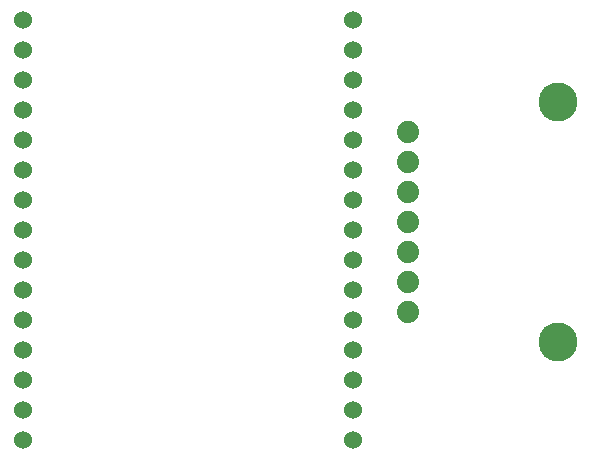
<source format=gbr>
%TF.GenerationSoftware,KiCad,Pcbnew,8.0.3*%
%TF.CreationDate,2024-07-11T16:06:48-07:00*%
%TF.ProjectId,RomiEnvironDetector,526f6d69-456e-4766-9972-6f6e44657465,rev?*%
%TF.SameCoordinates,Original*%
%TF.FileFunction,Soldermask,Bot*%
%TF.FilePolarity,Negative*%
%FSLAX46Y46*%
G04 Gerber Fmt 4.6, Leading zero omitted, Abs format (unit mm)*
G04 Created by KiCad (PCBNEW 8.0.3) date 2024-07-11 16:06:48*
%MOMM*%
%LPD*%
G01*
G04 APERTURE LIST*
%ADD10C,1.879600*%
%ADD11C,3.301600*%
%ADD12C,1.524000*%
G04 APERTURE END LIST*
D10*
%TO.C,BME688*%
X140460000Y-74280000D03*
X140460000Y-76820000D03*
X140460000Y-79360000D03*
X140460000Y-81900000D03*
X140460000Y-84440000D03*
X140460000Y-86980000D03*
X140460000Y-89520000D03*
D11*
X153160000Y-71740000D03*
X153160000Y-92060000D03*
%TD*%
D12*
%TO.C,NodeMCU-ESP8266*%
X107860000Y-64840000D03*
X107860000Y-67380000D03*
X107860000Y-69920000D03*
X107860000Y-72460000D03*
X107860000Y-75000000D03*
X107860000Y-77540000D03*
X107860000Y-80080000D03*
X107860000Y-82620000D03*
X107860000Y-85160000D03*
X107860000Y-87700000D03*
X107860000Y-90240000D03*
X107860000Y-92780000D03*
X107860000Y-95320000D03*
X107860000Y-97860000D03*
X107860000Y-100400000D03*
X135800000Y-100400000D03*
X135800000Y-97860000D03*
X135800000Y-95320000D03*
X135800000Y-92780000D03*
X135800000Y-90240000D03*
X135800000Y-87700000D03*
X135800000Y-85160000D03*
X135800000Y-82620000D03*
X135800000Y-80080000D03*
X135800000Y-77540000D03*
X135800000Y-75000000D03*
X135800000Y-72460000D03*
X135800000Y-69920000D03*
X135800000Y-67380000D03*
X135800000Y-64840000D03*
%TD*%
M02*

</source>
